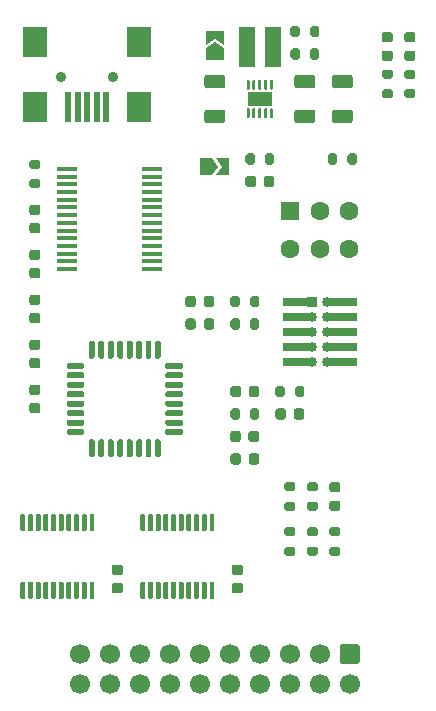
<source format=gbr>
%TF.GenerationSoftware,KiCad,Pcbnew,(5.1.9)-1*%
%TF.CreationDate,2021-03-30T23:32:36+02:00*%
%TF.ProjectId,Programmer,50726f67-7261-46d6-9d65-722e6b696361,v0.1*%
%TF.SameCoordinates,Original*%
%TF.FileFunction,Soldermask,Top*%
%TF.FilePolarity,Negative*%
%FSLAX46Y46*%
G04 Gerber Fmt 4.6, Leading zero omitted, Abs format (unit mm)*
G04 Created by KiCad (PCBNEW (5.1.9)-1) date 2021-03-30 23:32:36*
%MOMM*%
%LPD*%
G01*
G04 APERTURE LIST*
%ADD10C,0.850000*%
%ADD11R,0.850000X0.850000*%
%ADD12R,2.300000X0.740000*%
%ADD13R,2.000000X1.200000*%
%ADD14C,1.600000*%
%ADD15R,1.600000X1.600000*%
%ADD16R,1.350000X3.400000*%
%ADD17C,0.100000*%
%ADD18C,1.700000*%
%ADD19R,1.750000X0.450000*%
%ADD20R,2.000000X2.500000*%
%ADD21R,0.500000X2.500000*%
%ADD22C,0.900000*%
G04 APERTURE END LIST*
%TO.C,C18*%
G36*
G01*
X158765001Y-74030000D02*
X157464999Y-74030000D01*
G75*
G02*
X157215000Y-73780001I0J249999D01*
G01*
X157215000Y-73129999D01*
G75*
G02*
X157464999Y-72880000I249999J0D01*
G01*
X158765001Y-72880000D01*
G75*
G02*
X159015000Y-73129999I0J-249999D01*
G01*
X159015000Y-73780001D01*
G75*
G02*
X158765001Y-74030000I-249999J0D01*
G01*
G37*
G36*
G01*
X158765001Y-76980000D02*
X157464999Y-76980000D01*
G75*
G02*
X157215000Y-76730001I0J249999D01*
G01*
X157215000Y-76079999D01*
G75*
G02*
X157464999Y-75830000I249999J0D01*
G01*
X158765001Y-75830000D01*
G75*
G02*
X159015000Y-76079999I0J-249999D01*
G01*
X159015000Y-76730001D01*
G75*
G02*
X158765001Y-76980000I-249999J0D01*
G01*
G37*
%TD*%
%TO.C,C17*%
G36*
G01*
X155590001Y-74030000D02*
X154289999Y-74030000D01*
G75*
G02*
X154040000Y-73780001I0J249999D01*
G01*
X154040000Y-73129999D01*
G75*
G02*
X154289999Y-72880000I249999J0D01*
G01*
X155590001Y-72880000D01*
G75*
G02*
X155840000Y-73129999I0J-249999D01*
G01*
X155840000Y-73780001D01*
G75*
G02*
X155590001Y-74030000I-249999J0D01*
G01*
G37*
G36*
G01*
X155590001Y-76980000D02*
X154289999Y-76980000D01*
G75*
G02*
X154040000Y-76730001I0J249999D01*
G01*
X154040000Y-76079999D01*
G75*
G02*
X154289999Y-75830000I249999J0D01*
G01*
X155590001Y-75830000D01*
G75*
G02*
X155840000Y-76079999I0J-249999D01*
G01*
X155840000Y-76730001D01*
G75*
G02*
X155590001Y-76980000I-249999J0D01*
G01*
G37*
%TD*%
%TO.C,C15*%
G36*
G01*
X147970001Y-74030000D02*
X146669999Y-74030000D01*
G75*
G02*
X146420000Y-73780001I0J249999D01*
G01*
X146420000Y-73129999D01*
G75*
G02*
X146669999Y-72880000I249999J0D01*
G01*
X147970001Y-72880000D01*
G75*
G02*
X148220000Y-73129999I0J-249999D01*
G01*
X148220000Y-73780001D01*
G75*
G02*
X147970001Y-74030000I-249999J0D01*
G01*
G37*
G36*
G01*
X147970001Y-76980000D02*
X146669999Y-76980000D01*
G75*
G02*
X146420000Y-76730001I0J249999D01*
G01*
X146420000Y-76079999D01*
G75*
G02*
X146669999Y-75830000I249999J0D01*
G01*
X147970001Y-75830000D01*
G75*
G02*
X148220000Y-76079999I0J-249999D01*
G01*
X148220000Y-76730001D01*
G75*
G02*
X147970001Y-76980000I-249999J0D01*
G01*
G37*
%TD*%
%TO.C,R1*%
G36*
G01*
X153245000Y-99420000D02*
X153245000Y-99970000D01*
G75*
G02*
X153045000Y-100170000I-200000J0D01*
G01*
X152645000Y-100170000D01*
G75*
G02*
X152445000Y-99970000I0J200000D01*
G01*
X152445000Y-99420000D01*
G75*
G02*
X152645000Y-99220000I200000J0D01*
G01*
X153045000Y-99220000D01*
G75*
G02*
X153245000Y-99420000I0J-200000D01*
G01*
G37*
G36*
G01*
X154895000Y-99420000D02*
X154895000Y-99970000D01*
G75*
G02*
X154695000Y-100170000I-200000J0D01*
G01*
X154295000Y-100170000D01*
G75*
G02*
X154095000Y-99970000I0J200000D01*
G01*
X154095000Y-99420000D01*
G75*
G02*
X154295000Y-99220000I200000J0D01*
G01*
X154695000Y-99220000D01*
G75*
G02*
X154895000Y-99420000I0J-200000D01*
G01*
G37*
%TD*%
%TO.C,C10*%
G36*
G01*
X150185000Y-99945000D02*
X150185000Y-99445000D01*
G75*
G02*
X150410000Y-99220000I225000J0D01*
G01*
X150860000Y-99220000D01*
G75*
G02*
X151085000Y-99445000I0J-225000D01*
G01*
X151085000Y-99945000D01*
G75*
G02*
X150860000Y-100170000I-225000J0D01*
G01*
X150410000Y-100170000D01*
G75*
G02*
X150185000Y-99945000I0J225000D01*
G01*
G37*
G36*
G01*
X148635000Y-99945000D02*
X148635000Y-99445000D01*
G75*
G02*
X148860000Y-99220000I225000J0D01*
G01*
X149310000Y-99220000D01*
G75*
G02*
X149535000Y-99445000I0J-225000D01*
G01*
X149535000Y-99945000D01*
G75*
G02*
X149310000Y-100170000I-225000J0D01*
G01*
X148860000Y-100170000D01*
G75*
G02*
X148635000Y-99945000I0J225000D01*
G01*
G37*
%TD*%
%TO.C,U2*%
G36*
G01*
X142750000Y-103880000D02*
X142750000Y-105130000D01*
G75*
G02*
X142625000Y-105255000I-125000J0D01*
G01*
X142375000Y-105255000D01*
G75*
G02*
X142250000Y-105130000I0J125000D01*
G01*
X142250000Y-103880000D01*
G75*
G02*
X142375000Y-103755000I125000J0D01*
G01*
X142625000Y-103755000D01*
G75*
G02*
X142750000Y-103880000I0J-125000D01*
G01*
G37*
G36*
G01*
X141950000Y-103880000D02*
X141950000Y-105130000D01*
G75*
G02*
X141825000Y-105255000I-125000J0D01*
G01*
X141575000Y-105255000D01*
G75*
G02*
X141450000Y-105130000I0J125000D01*
G01*
X141450000Y-103880000D01*
G75*
G02*
X141575000Y-103755000I125000J0D01*
G01*
X141825000Y-103755000D01*
G75*
G02*
X141950000Y-103880000I0J-125000D01*
G01*
G37*
G36*
G01*
X141150000Y-103880000D02*
X141150000Y-105130000D01*
G75*
G02*
X141025000Y-105255000I-125000J0D01*
G01*
X140775000Y-105255000D01*
G75*
G02*
X140650000Y-105130000I0J125000D01*
G01*
X140650000Y-103880000D01*
G75*
G02*
X140775000Y-103755000I125000J0D01*
G01*
X141025000Y-103755000D01*
G75*
G02*
X141150000Y-103880000I0J-125000D01*
G01*
G37*
G36*
G01*
X140350000Y-103880000D02*
X140350000Y-105130000D01*
G75*
G02*
X140225000Y-105255000I-125000J0D01*
G01*
X139975000Y-105255000D01*
G75*
G02*
X139850000Y-105130000I0J125000D01*
G01*
X139850000Y-103880000D01*
G75*
G02*
X139975000Y-103755000I125000J0D01*
G01*
X140225000Y-103755000D01*
G75*
G02*
X140350000Y-103880000I0J-125000D01*
G01*
G37*
G36*
G01*
X139550000Y-103880000D02*
X139550000Y-105130000D01*
G75*
G02*
X139425000Y-105255000I-125000J0D01*
G01*
X139175000Y-105255000D01*
G75*
G02*
X139050000Y-105130000I0J125000D01*
G01*
X139050000Y-103880000D01*
G75*
G02*
X139175000Y-103755000I125000J0D01*
G01*
X139425000Y-103755000D01*
G75*
G02*
X139550000Y-103880000I0J-125000D01*
G01*
G37*
G36*
G01*
X138750000Y-103880000D02*
X138750000Y-105130000D01*
G75*
G02*
X138625000Y-105255000I-125000J0D01*
G01*
X138375000Y-105255000D01*
G75*
G02*
X138250000Y-105130000I0J125000D01*
G01*
X138250000Y-103880000D01*
G75*
G02*
X138375000Y-103755000I125000J0D01*
G01*
X138625000Y-103755000D01*
G75*
G02*
X138750000Y-103880000I0J-125000D01*
G01*
G37*
G36*
G01*
X137950000Y-103880000D02*
X137950000Y-105130000D01*
G75*
G02*
X137825000Y-105255000I-125000J0D01*
G01*
X137575000Y-105255000D01*
G75*
G02*
X137450000Y-105130000I0J125000D01*
G01*
X137450000Y-103880000D01*
G75*
G02*
X137575000Y-103755000I125000J0D01*
G01*
X137825000Y-103755000D01*
G75*
G02*
X137950000Y-103880000I0J-125000D01*
G01*
G37*
G36*
G01*
X137150000Y-103880000D02*
X137150000Y-105130000D01*
G75*
G02*
X137025000Y-105255000I-125000J0D01*
G01*
X136775000Y-105255000D01*
G75*
G02*
X136650000Y-105130000I0J125000D01*
G01*
X136650000Y-103880000D01*
G75*
G02*
X136775000Y-103755000I125000J0D01*
G01*
X137025000Y-103755000D01*
G75*
G02*
X137150000Y-103880000I0J-125000D01*
G01*
G37*
G36*
G01*
X136275000Y-103005000D02*
X136275000Y-103255000D01*
G75*
G02*
X136150000Y-103380000I-125000J0D01*
G01*
X134900000Y-103380000D01*
G75*
G02*
X134775000Y-103255000I0J125000D01*
G01*
X134775000Y-103005000D01*
G75*
G02*
X134900000Y-102880000I125000J0D01*
G01*
X136150000Y-102880000D01*
G75*
G02*
X136275000Y-103005000I0J-125000D01*
G01*
G37*
G36*
G01*
X136275000Y-102205000D02*
X136275000Y-102455000D01*
G75*
G02*
X136150000Y-102580000I-125000J0D01*
G01*
X134900000Y-102580000D01*
G75*
G02*
X134775000Y-102455000I0J125000D01*
G01*
X134775000Y-102205000D01*
G75*
G02*
X134900000Y-102080000I125000J0D01*
G01*
X136150000Y-102080000D01*
G75*
G02*
X136275000Y-102205000I0J-125000D01*
G01*
G37*
G36*
G01*
X136275000Y-101405000D02*
X136275000Y-101655000D01*
G75*
G02*
X136150000Y-101780000I-125000J0D01*
G01*
X134900000Y-101780000D01*
G75*
G02*
X134775000Y-101655000I0J125000D01*
G01*
X134775000Y-101405000D01*
G75*
G02*
X134900000Y-101280000I125000J0D01*
G01*
X136150000Y-101280000D01*
G75*
G02*
X136275000Y-101405000I0J-125000D01*
G01*
G37*
G36*
G01*
X136275000Y-100605000D02*
X136275000Y-100855000D01*
G75*
G02*
X136150000Y-100980000I-125000J0D01*
G01*
X134900000Y-100980000D01*
G75*
G02*
X134775000Y-100855000I0J125000D01*
G01*
X134775000Y-100605000D01*
G75*
G02*
X134900000Y-100480000I125000J0D01*
G01*
X136150000Y-100480000D01*
G75*
G02*
X136275000Y-100605000I0J-125000D01*
G01*
G37*
G36*
G01*
X136275000Y-99805000D02*
X136275000Y-100055000D01*
G75*
G02*
X136150000Y-100180000I-125000J0D01*
G01*
X134900000Y-100180000D01*
G75*
G02*
X134775000Y-100055000I0J125000D01*
G01*
X134775000Y-99805000D01*
G75*
G02*
X134900000Y-99680000I125000J0D01*
G01*
X136150000Y-99680000D01*
G75*
G02*
X136275000Y-99805000I0J-125000D01*
G01*
G37*
G36*
G01*
X136275000Y-99005000D02*
X136275000Y-99255000D01*
G75*
G02*
X136150000Y-99380000I-125000J0D01*
G01*
X134900000Y-99380000D01*
G75*
G02*
X134775000Y-99255000I0J125000D01*
G01*
X134775000Y-99005000D01*
G75*
G02*
X134900000Y-98880000I125000J0D01*
G01*
X136150000Y-98880000D01*
G75*
G02*
X136275000Y-99005000I0J-125000D01*
G01*
G37*
G36*
G01*
X136275000Y-98205000D02*
X136275000Y-98455000D01*
G75*
G02*
X136150000Y-98580000I-125000J0D01*
G01*
X134900000Y-98580000D01*
G75*
G02*
X134775000Y-98455000I0J125000D01*
G01*
X134775000Y-98205000D01*
G75*
G02*
X134900000Y-98080000I125000J0D01*
G01*
X136150000Y-98080000D01*
G75*
G02*
X136275000Y-98205000I0J-125000D01*
G01*
G37*
G36*
G01*
X136275000Y-97405000D02*
X136275000Y-97655000D01*
G75*
G02*
X136150000Y-97780000I-125000J0D01*
G01*
X134900000Y-97780000D01*
G75*
G02*
X134775000Y-97655000I0J125000D01*
G01*
X134775000Y-97405000D01*
G75*
G02*
X134900000Y-97280000I125000J0D01*
G01*
X136150000Y-97280000D01*
G75*
G02*
X136275000Y-97405000I0J-125000D01*
G01*
G37*
G36*
G01*
X137150000Y-95530000D02*
X137150000Y-96780000D01*
G75*
G02*
X137025000Y-96905000I-125000J0D01*
G01*
X136775000Y-96905000D01*
G75*
G02*
X136650000Y-96780000I0J125000D01*
G01*
X136650000Y-95530000D01*
G75*
G02*
X136775000Y-95405000I125000J0D01*
G01*
X137025000Y-95405000D01*
G75*
G02*
X137150000Y-95530000I0J-125000D01*
G01*
G37*
G36*
G01*
X137950000Y-95530000D02*
X137950000Y-96780000D01*
G75*
G02*
X137825000Y-96905000I-125000J0D01*
G01*
X137575000Y-96905000D01*
G75*
G02*
X137450000Y-96780000I0J125000D01*
G01*
X137450000Y-95530000D01*
G75*
G02*
X137575000Y-95405000I125000J0D01*
G01*
X137825000Y-95405000D01*
G75*
G02*
X137950000Y-95530000I0J-125000D01*
G01*
G37*
G36*
G01*
X138750000Y-95530000D02*
X138750000Y-96780000D01*
G75*
G02*
X138625000Y-96905000I-125000J0D01*
G01*
X138375000Y-96905000D01*
G75*
G02*
X138250000Y-96780000I0J125000D01*
G01*
X138250000Y-95530000D01*
G75*
G02*
X138375000Y-95405000I125000J0D01*
G01*
X138625000Y-95405000D01*
G75*
G02*
X138750000Y-95530000I0J-125000D01*
G01*
G37*
G36*
G01*
X139550000Y-95530000D02*
X139550000Y-96780000D01*
G75*
G02*
X139425000Y-96905000I-125000J0D01*
G01*
X139175000Y-96905000D01*
G75*
G02*
X139050000Y-96780000I0J125000D01*
G01*
X139050000Y-95530000D01*
G75*
G02*
X139175000Y-95405000I125000J0D01*
G01*
X139425000Y-95405000D01*
G75*
G02*
X139550000Y-95530000I0J-125000D01*
G01*
G37*
G36*
G01*
X140350000Y-95530000D02*
X140350000Y-96780000D01*
G75*
G02*
X140225000Y-96905000I-125000J0D01*
G01*
X139975000Y-96905000D01*
G75*
G02*
X139850000Y-96780000I0J125000D01*
G01*
X139850000Y-95530000D01*
G75*
G02*
X139975000Y-95405000I125000J0D01*
G01*
X140225000Y-95405000D01*
G75*
G02*
X140350000Y-95530000I0J-125000D01*
G01*
G37*
G36*
G01*
X141150000Y-95530000D02*
X141150000Y-96780000D01*
G75*
G02*
X141025000Y-96905000I-125000J0D01*
G01*
X140775000Y-96905000D01*
G75*
G02*
X140650000Y-96780000I0J125000D01*
G01*
X140650000Y-95530000D01*
G75*
G02*
X140775000Y-95405000I125000J0D01*
G01*
X141025000Y-95405000D01*
G75*
G02*
X141150000Y-95530000I0J-125000D01*
G01*
G37*
G36*
G01*
X141950000Y-95530000D02*
X141950000Y-96780000D01*
G75*
G02*
X141825000Y-96905000I-125000J0D01*
G01*
X141575000Y-96905000D01*
G75*
G02*
X141450000Y-96780000I0J125000D01*
G01*
X141450000Y-95530000D01*
G75*
G02*
X141575000Y-95405000I125000J0D01*
G01*
X141825000Y-95405000D01*
G75*
G02*
X141950000Y-95530000I0J-125000D01*
G01*
G37*
G36*
G01*
X142750000Y-95530000D02*
X142750000Y-96780000D01*
G75*
G02*
X142625000Y-96905000I-125000J0D01*
G01*
X142375000Y-96905000D01*
G75*
G02*
X142250000Y-96780000I0J125000D01*
G01*
X142250000Y-95530000D01*
G75*
G02*
X142375000Y-95405000I125000J0D01*
G01*
X142625000Y-95405000D01*
G75*
G02*
X142750000Y-95530000I0J-125000D01*
G01*
G37*
G36*
G01*
X144625000Y-97405000D02*
X144625000Y-97655000D01*
G75*
G02*
X144500000Y-97780000I-125000J0D01*
G01*
X143250000Y-97780000D01*
G75*
G02*
X143125000Y-97655000I0J125000D01*
G01*
X143125000Y-97405000D01*
G75*
G02*
X143250000Y-97280000I125000J0D01*
G01*
X144500000Y-97280000D01*
G75*
G02*
X144625000Y-97405000I0J-125000D01*
G01*
G37*
G36*
G01*
X144625000Y-98205000D02*
X144625000Y-98455000D01*
G75*
G02*
X144500000Y-98580000I-125000J0D01*
G01*
X143250000Y-98580000D01*
G75*
G02*
X143125000Y-98455000I0J125000D01*
G01*
X143125000Y-98205000D01*
G75*
G02*
X143250000Y-98080000I125000J0D01*
G01*
X144500000Y-98080000D01*
G75*
G02*
X144625000Y-98205000I0J-125000D01*
G01*
G37*
G36*
G01*
X144625000Y-99005000D02*
X144625000Y-99255000D01*
G75*
G02*
X144500000Y-99380000I-125000J0D01*
G01*
X143250000Y-99380000D01*
G75*
G02*
X143125000Y-99255000I0J125000D01*
G01*
X143125000Y-99005000D01*
G75*
G02*
X143250000Y-98880000I125000J0D01*
G01*
X144500000Y-98880000D01*
G75*
G02*
X144625000Y-99005000I0J-125000D01*
G01*
G37*
G36*
G01*
X144625000Y-99805000D02*
X144625000Y-100055000D01*
G75*
G02*
X144500000Y-100180000I-125000J0D01*
G01*
X143250000Y-100180000D01*
G75*
G02*
X143125000Y-100055000I0J125000D01*
G01*
X143125000Y-99805000D01*
G75*
G02*
X143250000Y-99680000I125000J0D01*
G01*
X144500000Y-99680000D01*
G75*
G02*
X144625000Y-99805000I0J-125000D01*
G01*
G37*
G36*
G01*
X144625000Y-100605000D02*
X144625000Y-100855000D01*
G75*
G02*
X144500000Y-100980000I-125000J0D01*
G01*
X143250000Y-100980000D01*
G75*
G02*
X143125000Y-100855000I0J125000D01*
G01*
X143125000Y-100605000D01*
G75*
G02*
X143250000Y-100480000I125000J0D01*
G01*
X144500000Y-100480000D01*
G75*
G02*
X144625000Y-100605000I0J-125000D01*
G01*
G37*
G36*
G01*
X144625000Y-101405000D02*
X144625000Y-101655000D01*
G75*
G02*
X144500000Y-101780000I-125000J0D01*
G01*
X143250000Y-101780000D01*
G75*
G02*
X143125000Y-101655000I0J125000D01*
G01*
X143125000Y-101405000D01*
G75*
G02*
X143250000Y-101280000I125000J0D01*
G01*
X144500000Y-101280000D01*
G75*
G02*
X144625000Y-101405000I0J-125000D01*
G01*
G37*
G36*
G01*
X144625000Y-102205000D02*
X144625000Y-102455000D01*
G75*
G02*
X144500000Y-102580000I-125000J0D01*
G01*
X143250000Y-102580000D01*
G75*
G02*
X143125000Y-102455000I0J125000D01*
G01*
X143125000Y-102205000D01*
G75*
G02*
X143250000Y-102080000I125000J0D01*
G01*
X144500000Y-102080000D01*
G75*
G02*
X144625000Y-102205000I0J-125000D01*
G01*
G37*
G36*
G01*
X144625000Y-103005000D02*
X144625000Y-103255000D01*
G75*
G02*
X144500000Y-103380000I-125000J0D01*
G01*
X143250000Y-103380000D01*
G75*
G02*
X143125000Y-103255000I0J125000D01*
G01*
X143125000Y-103005000D01*
G75*
G02*
X143250000Y-102880000I125000J0D01*
G01*
X144500000Y-102880000D01*
G75*
G02*
X144625000Y-103005000I0J-125000D01*
G01*
G37*
%TD*%
D10*
%TO.C,J2*%
X156845000Y-97155000D03*
X155575000Y-97155000D03*
X156845000Y-95885000D03*
X155575000Y-95885000D03*
X156845000Y-94615000D03*
X155575000Y-94615000D03*
X156845000Y-93345000D03*
X155575000Y-93345000D03*
X156845000Y-92075000D03*
D11*
X155575000Y-92075000D03*
D12*
X154160000Y-92075000D03*
X158260000Y-92075000D03*
X154160000Y-93345000D03*
X158260000Y-93345000D03*
X154160000Y-94615000D03*
X158260000Y-94615000D03*
X154160000Y-95885000D03*
X158260000Y-95885000D03*
X154160000Y-97155000D03*
X158260000Y-97155000D03*
%TD*%
%TO.C,C6*%
G36*
G01*
X153345000Y-101350000D02*
X153345000Y-101850000D01*
G75*
G02*
X153120000Y-102075000I-225000J0D01*
G01*
X152670000Y-102075000D01*
G75*
G02*
X152445000Y-101850000I0J225000D01*
G01*
X152445000Y-101350000D01*
G75*
G02*
X152670000Y-101125000I225000J0D01*
G01*
X153120000Y-101125000D01*
G75*
G02*
X153345000Y-101350000I0J-225000D01*
G01*
G37*
G36*
G01*
X154895000Y-101350000D02*
X154895000Y-101850000D01*
G75*
G02*
X154670000Y-102075000I-225000J0D01*
G01*
X154220000Y-102075000D01*
G75*
G02*
X153995000Y-101850000I0J225000D01*
G01*
X153995000Y-101350000D01*
G75*
G02*
X154220000Y-101125000I225000J0D01*
G01*
X154670000Y-101125000D01*
G75*
G02*
X154895000Y-101350000I0J-225000D01*
G01*
G37*
%TD*%
%TO.C,C4*%
G36*
G01*
X150185000Y-105660000D02*
X150185000Y-105160000D01*
G75*
G02*
X150410000Y-104935000I225000J0D01*
G01*
X150860000Y-104935000D01*
G75*
G02*
X151085000Y-105160000I0J-225000D01*
G01*
X151085000Y-105660000D01*
G75*
G02*
X150860000Y-105885000I-225000J0D01*
G01*
X150410000Y-105885000D01*
G75*
G02*
X150185000Y-105660000I0J225000D01*
G01*
G37*
G36*
G01*
X148635000Y-105660000D02*
X148635000Y-105160000D01*
G75*
G02*
X148860000Y-104935000I225000J0D01*
G01*
X149310000Y-104935000D01*
G75*
G02*
X149535000Y-105160000I0J-225000D01*
G01*
X149535000Y-105660000D01*
G75*
G02*
X149310000Y-105885000I-225000J0D01*
G01*
X148860000Y-105885000D01*
G75*
G02*
X148635000Y-105660000I0J225000D01*
G01*
G37*
%TD*%
%TO.C,C3*%
G36*
G01*
X131830000Y-100655000D02*
X132330000Y-100655000D01*
G75*
G02*
X132555000Y-100880000I0J-225000D01*
G01*
X132555000Y-101330000D01*
G75*
G02*
X132330000Y-101555000I-225000J0D01*
G01*
X131830000Y-101555000D01*
G75*
G02*
X131605000Y-101330000I0J225000D01*
G01*
X131605000Y-100880000D01*
G75*
G02*
X131830000Y-100655000I225000J0D01*
G01*
G37*
G36*
G01*
X131830000Y-99105000D02*
X132330000Y-99105000D01*
G75*
G02*
X132555000Y-99330000I0J-225000D01*
G01*
X132555000Y-99780000D01*
G75*
G02*
X132330000Y-100005000I-225000J0D01*
G01*
X131830000Y-100005000D01*
G75*
G02*
X131605000Y-99780000I0J225000D01*
G01*
X131605000Y-99330000D01*
G75*
G02*
X131830000Y-99105000I225000J0D01*
G01*
G37*
%TD*%
%TO.C,C2*%
G36*
G01*
X150165000Y-103755000D02*
X150165000Y-103255000D01*
G75*
G02*
X150390000Y-103030000I225000J0D01*
G01*
X150840000Y-103030000D01*
G75*
G02*
X151065000Y-103255000I0J-225000D01*
G01*
X151065000Y-103755000D01*
G75*
G02*
X150840000Y-103980000I-225000J0D01*
G01*
X150390000Y-103980000D01*
G75*
G02*
X150165000Y-103755000I0J225000D01*
G01*
G37*
G36*
G01*
X148615000Y-103755000D02*
X148615000Y-103255000D01*
G75*
G02*
X148840000Y-103030000I225000J0D01*
G01*
X149290000Y-103030000D01*
G75*
G02*
X149515000Y-103255000I0J-225000D01*
G01*
X149515000Y-103755000D01*
G75*
G02*
X149290000Y-103980000I-225000J0D01*
G01*
X148840000Y-103980000D01*
G75*
G02*
X148615000Y-103755000I0J225000D01*
G01*
G37*
%TD*%
%TO.C,C1*%
G36*
G01*
X132330000Y-96195000D02*
X131830000Y-96195000D01*
G75*
G02*
X131605000Y-95970000I0J225000D01*
G01*
X131605000Y-95520000D01*
G75*
G02*
X131830000Y-95295000I225000J0D01*
G01*
X132330000Y-95295000D01*
G75*
G02*
X132555000Y-95520000I0J-225000D01*
G01*
X132555000Y-95970000D01*
G75*
G02*
X132330000Y-96195000I-225000J0D01*
G01*
G37*
G36*
G01*
X132330000Y-97745000D02*
X131830000Y-97745000D01*
G75*
G02*
X131605000Y-97520000I0J225000D01*
G01*
X131605000Y-97070000D01*
G75*
G02*
X131830000Y-96845000I225000J0D01*
G01*
X132330000Y-96845000D01*
G75*
G02*
X132555000Y-97070000I0J-225000D01*
G01*
X132555000Y-97520000D01*
G75*
G02*
X132330000Y-97745000I-225000J0D01*
G01*
G37*
%TD*%
D13*
%TO.C,U5*%
X151130000Y-74930000D03*
G36*
G01*
X152067500Y-75730000D02*
X152192500Y-75730000D01*
G75*
G02*
X152255000Y-75792500I0J-62500D01*
G01*
X152255000Y-76492500D01*
G75*
G02*
X152192500Y-76555000I-62500J0D01*
G01*
X152067500Y-76555000D01*
G75*
G02*
X152005000Y-76492500I0J62500D01*
G01*
X152005000Y-75792500D01*
G75*
G02*
X152067500Y-75730000I62500J0D01*
G01*
G37*
G36*
G01*
X151567500Y-75730000D02*
X151692500Y-75730000D01*
G75*
G02*
X151755000Y-75792500I0J-62500D01*
G01*
X151755000Y-76492500D01*
G75*
G02*
X151692500Y-76555000I-62500J0D01*
G01*
X151567500Y-76555000D01*
G75*
G02*
X151505000Y-76492500I0J62500D01*
G01*
X151505000Y-75792500D01*
G75*
G02*
X151567500Y-75730000I62500J0D01*
G01*
G37*
G36*
G01*
X151067500Y-75730000D02*
X151192500Y-75730000D01*
G75*
G02*
X151255000Y-75792500I0J-62500D01*
G01*
X151255000Y-76492500D01*
G75*
G02*
X151192500Y-76555000I-62500J0D01*
G01*
X151067500Y-76555000D01*
G75*
G02*
X151005000Y-76492500I0J62500D01*
G01*
X151005000Y-75792500D01*
G75*
G02*
X151067500Y-75730000I62500J0D01*
G01*
G37*
G36*
G01*
X150567500Y-75730000D02*
X150692500Y-75730000D01*
G75*
G02*
X150755000Y-75792500I0J-62500D01*
G01*
X150755000Y-76492500D01*
G75*
G02*
X150692500Y-76555000I-62500J0D01*
G01*
X150567500Y-76555000D01*
G75*
G02*
X150505000Y-76492500I0J62500D01*
G01*
X150505000Y-75792500D01*
G75*
G02*
X150567500Y-75730000I62500J0D01*
G01*
G37*
G36*
G01*
X150067500Y-75730000D02*
X150192500Y-75730000D01*
G75*
G02*
X150255000Y-75792500I0J-62500D01*
G01*
X150255000Y-76492500D01*
G75*
G02*
X150192500Y-76555000I-62500J0D01*
G01*
X150067500Y-76555000D01*
G75*
G02*
X150005000Y-76492500I0J62500D01*
G01*
X150005000Y-75792500D01*
G75*
G02*
X150067500Y-75730000I62500J0D01*
G01*
G37*
G36*
G01*
X150067500Y-73305000D02*
X150192500Y-73305000D01*
G75*
G02*
X150255000Y-73367500I0J-62500D01*
G01*
X150255000Y-74067500D01*
G75*
G02*
X150192500Y-74130000I-62500J0D01*
G01*
X150067500Y-74130000D01*
G75*
G02*
X150005000Y-74067500I0J62500D01*
G01*
X150005000Y-73367500D01*
G75*
G02*
X150067500Y-73305000I62500J0D01*
G01*
G37*
G36*
G01*
X150567500Y-73305000D02*
X150692500Y-73305000D01*
G75*
G02*
X150755000Y-73367500I0J-62500D01*
G01*
X150755000Y-74067500D01*
G75*
G02*
X150692500Y-74130000I-62500J0D01*
G01*
X150567500Y-74130000D01*
G75*
G02*
X150505000Y-74067500I0J62500D01*
G01*
X150505000Y-73367500D01*
G75*
G02*
X150567500Y-73305000I62500J0D01*
G01*
G37*
G36*
G01*
X151067500Y-73305000D02*
X151192500Y-73305000D01*
G75*
G02*
X151255000Y-73367500I0J-62500D01*
G01*
X151255000Y-74067500D01*
G75*
G02*
X151192500Y-74130000I-62500J0D01*
G01*
X151067500Y-74130000D01*
G75*
G02*
X151005000Y-74067500I0J62500D01*
G01*
X151005000Y-73367500D01*
G75*
G02*
X151067500Y-73305000I62500J0D01*
G01*
G37*
G36*
G01*
X151567500Y-73305000D02*
X151692500Y-73305000D01*
G75*
G02*
X151755000Y-73367500I0J-62500D01*
G01*
X151755000Y-74067500D01*
G75*
G02*
X151692500Y-74130000I-62500J0D01*
G01*
X151567500Y-74130000D01*
G75*
G02*
X151505000Y-74067500I0J62500D01*
G01*
X151505000Y-73367500D01*
G75*
G02*
X151567500Y-73305000I62500J0D01*
G01*
G37*
G36*
G01*
X152067500Y-73305000D02*
X152192500Y-73305000D01*
G75*
G02*
X152255000Y-73367500I0J-62500D01*
G01*
X152255000Y-74067500D01*
G75*
G02*
X152192500Y-74130000I-62500J0D01*
G01*
X152067500Y-74130000D01*
G75*
G02*
X152005000Y-74067500I0J62500D01*
G01*
X152005000Y-73367500D01*
G75*
G02*
X152067500Y-73305000I62500J0D01*
G01*
G37*
%TD*%
D14*
%TO.C,SW1*%
X158710000Y-87630000D03*
X156210000Y-87630000D03*
X153710000Y-87630000D03*
X158710000Y-84430000D03*
X156210000Y-84430000D03*
D15*
X153710000Y-84430000D03*
%TD*%
%TO.C,R16*%
G36*
G01*
X132355000Y-80855000D02*
X131805000Y-80855000D01*
G75*
G02*
X131605000Y-80655000I0J200000D01*
G01*
X131605000Y-80255000D01*
G75*
G02*
X131805000Y-80055000I200000J0D01*
G01*
X132355000Y-80055000D01*
G75*
G02*
X132555000Y-80255000I0J-200000D01*
G01*
X132555000Y-80655000D01*
G75*
G02*
X132355000Y-80855000I-200000J0D01*
G01*
G37*
G36*
G01*
X132355000Y-82505000D02*
X131805000Y-82505000D01*
G75*
G02*
X131605000Y-82305000I0J200000D01*
G01*
X131605000Y-81905000D01*
G75*
G02*
X131805000Y-81705000I200000J0D01*
G01*
X132355000Y-81705000D01*
G75*
G02*
X132555000Y-81905000I0J-200000D01*
G01*
X132555000Y-82305000D01*
G75*
G02*
X132355000Y-82505000I-200000J0D01*
G01*
G37*
%TD*%
%TO.C,R15*%
G36*
G01*
X158540000Y-80285000D02*
X158540000Y-79735000D01*
G75*
G02*
X158740000Y-79535000I200000J0D01*
G01*
X159140000Y-79535000D01*
G75*
G02*
X159340000Y-79735000I0J-200000D01*
G01*
X159340000Y-80285000D01*
G75*
G02*
X159140000Y-80485000I-200000J0D01*
G01*
X158740000Y-80485000D01*
G75*
G02*
X158540000Y-80285000I0J200000D01*
G01*
G37*
G36*
G01*
X156890000Y-80285000D02*
X156890000Y-79735000D01*
G75*
G02*
X157090000Y-79535000I200000J0D01*
G01*
X157490000Y-79535000D01*
G75*
G02*
X157690000Y-79735000I0J-200000D01*
G01*
X157690000Y-80285000D01*
G75*
G02*
X157490000Y-80485000I-200000J0D01*
G01*
X157090000Y-80485000D01*
G75*
G02*
X156890000Y-80285000I0J200000D01*
G01*
G37*
%TD*%
%TO.C,R14*%
G36*
G01*
X155365000Y-69490000D02*
X155365000Y-68940000D01*
G75*
G02*
X155565000Y-68740000I200000J0D01*
G01*
X155965000Y-68740000D01*
G75*
G02*
X156165000Y-68940000I0J-200000D01*
G01*
X156165000Y-69490000D01*
G75*
G02*
X155965000Y-69690000I-200000J0D01*
G01*
X155565000Y-69690000D01*
G75*
G02*
X155365000Y-69490000I0J200000D01*
G01*
G37*
G36*
G01*
X153715000Y-69490000D02*
X153715000Y-68940000D01*
G75*
G02*
X153915000Y-68740000I200000J0D01*
G01*
X154315000Y-68740000D01*
G75*
G02*
X154515000Y-68940000I0J-200000D01*
G01*
X154515000Y-69490000D01*
G75*
G02*
X154315000Y-69690000I-200000J0D01*
G01*
X153915000Y-69690000D01*
G75*
G02*
X153715000Y-69490000I0J200000D01*
G01*
G37*
%TD*%
%TO.C,R13*%
G36*
G01*
X155365000Y-71395000D02*
X155365000Y-70845000D01*
G75*
G02*
X155565000Y-70645000I200000J0D01*
G01*
X155965000Y-70645000D01*
G75*
G02*
X156165000Y-70845000I0J-200000D01*
G01*
X156165000Y-71395000D01*
G75*
G02*
X155965000Y-71595000I-200000J0D01*
G01*
X155565000Y-71595000D01*
G75*
G02*
X155365000Y-71395000I0J200000D01*
G01*
G37*
G36*
G01*
X153715000Y-71395000D02*
X153715000Y-70845000D01*
G75*
G02*
X153915000Y-70645000I200000J0D01*
G01*
X154315000Y-70645000D01*
G75*
G02*
X154515000Y-70845000I0J-200000D01*
G01*
X154515000Y-71395000D01*
G75*
G02*
X154315000Y-71595000I-200000J0D01*
G01*
X153915000Y-71595000D01*
G75*
G02*
X153715000Y-71395000I0J200000D01*
G01*
G37*
%TD*%
%TO.C,R7*%
G36*
G01*
X150705000Y-79735000D02*
X150705000Y-80285000D01*
G75*
G02*
X150505000Y-80485000I-200000J0D01*
G01*
X150105000Y-80485000D01*
G75*
G02*
X149905000Y-80285000I0J200000D01*
G01*
X149905000Y-79735000D01*
G75*
G02*
X150105000Y-79535000I200000J0D01*
G01*
X150505000Y-79535000D01*
G75*
G02*
X150705000Y-79735000I0J-200000D01*
G01*
G37*
G36*
G01*
X152355000Y-79735000D02*
X152355000Y-80285000D01*
G75*
G02*
X152155000Y-80485000I-200000J0D01*
G01*
X151755000Y-80485000D01*
G75*
G02*
X151555000Y-80285000I0J200000D01*
G01*
X151555000Y-79735000D01*
G75*
G02*
X151755000Y-79535000I200000J0D01*
G01*
X152155000Y-79535000D01*
G75*
G02*
X152355000Y-79735000I0J-200000D01*
G01*
G37*
%TD*%
D16*
%TO.C,L1*%
X152205000Y-70485000D03*
X150055000Y-70485000D03*
%TD*%
D17*
%TO.C,JP2*%
G36*
X147320000Y-70120000D02*
G01*
X148070000Y-70620000D01*
X148070000Y-71620000D01*
X146570000Y-71620000D01*
X146570000Y-70620000D01*
X147320000Y-70120000D01*
G37*
G36*
X148070000Y-69170000D02*
G01*
X148070000Y-70320000D01*
X147320000Y-69820000D01*
X146570000Y-70320000D01*
X146570000Y-69170000D01*
X148070000Y-69170000D01*
G37*
%TD*%
%TO.C,JP1*%
G36*
X147595000Y-80645000D02*
G01*
X147095000Y-81395000D01*
X146095000Y-81395000D01*
X146095000Y-79895000D01*
X147095000Y-79895000D01*
X147595000Y-80645000D01*
G37*
G36*
X148545000Y-81395000D02*
G01*
X147395000Y-81395000D01*
X147895000Y-80645000D01*
X147395000Y-79895000D01*
X148545000Y-79895000D01*
X148545000Y-81395000D01*
G37*
%TD*%
%TO.C,C16*%
G36*
G01*
X151455000Y-82165000D02*
X151455000Y-81665000D01*
G75*
G02*
X151680000Y-81440000I225000J0D01*
G01*
X152130000Y-81440000D01*
G75*
G02*
X152355000Y-81665000I0J-225000D01*
G01*
X152355000Y-82165000D01*
G75*
G02*
X152130000Y-82390000I-225000J0D01*
G01*
X151680000Y-82390000D01*
G75*
G02*
X151455000Y-82165000I0J225000D01*
G01*
G37*
G36*
G01*
X149905000Y-82165000D02*
X149905000Y-81665000D01*
G75*
G02*
X150130000Y-81440000I225000J0D01*
G01*
X150580000Y-81440000D01*
G75*
G02*
X150805000Y-81665000I0J-225000D01*
G01*
X150805000Y-82165000D01*
G75*
G02*
X150580000Y-82390000I-225000J0D01*
G01*
X150130000Y-82390000D01*
G75*
G02*
X149905000Y-82165000I0J225000D01*
G01*
G37*
%TD*%
D18*
%TO.C,J3*%
X135890000Y-124460000D03*
X138430000Y-124460000D03*
X140970000Y-124460000D03*
X143510000Y-124460000D03*
X146050000Y-124460000D03*
X148590000Y-124460000D03*
X151130000Y-124460000D03*
X153670000Y-124460000D03*
X156210000Y-124460000D03*
X158750000Y-124460000D03*
X135890000Y-121920000D03*
X138430000Y-121920000D03*
X140970000Y-121920000D03*
X143510000Y-121920000D03*
X146050000Y-121920000D03*
X148590000Y-121920000D03*
X151130000Y-121920000D03*
X153670000Y-121920000D03*
X156210000Y-121920000D03*
G36*
G01*
X158150000Y-121070000D02*
X159350000Y-121070000D01*
G75*
G02*
X159600000Y-121320000I0J-250000D01*
G01*
X159600000Y-122520000D01*
G75*
G02*
X159350000Y-122770000I-250000J0D01*
G01*
X158150000Y-122770000D01*
G75*
G02*
X157900000Y-122520000I0J250000D01*
G01*
X157900000Y-121320000D01*
G75*
G02*
X158150000Y-121070000I250000J0D01*
G01*
G37*
%TD*%
%TO.C,C14*%
G36*
G01*
X131830000Y-93035000D02*
X132330000Y-93035000D01*
G75*
G02*
X132555000Y-93260000I0J-225000D01*
G01*
X132555000Y-93710000D01*
G75*
G02*
X132330000Y-93935000I-225000J0D01*
G01*
X131830000Y-93935000D01*
G75*
G02*
X131605000Y-93710000I0J225000D01*
G01*
X131605000Y-93260000D01*
G75*
G02*
X131830000Y-93035000I225000J0D01*
G01*
G37*
G36*
G01*
X131830000Y-91485000D02*
X132330000Y-91485000D01*
G75*
G02*
X132555000Y-91710000I0J-225000D01*
G01*
X132555000Y-92160000D01*
G75*
G02*
X132330000Y-92385000I-225000J0D01*
G01*
X131830000Y-92385000D01*
G75*
G02*
X131605000Y-92160000I0J225000D01*
G01*
X131605000Y-91710000D01*
G75*
G02*
X131830000Y-91485000I225000J0D01*
G01*
G37*
%TD*%
%TO.C,C13*%
G36*
G01*
X132330000Y-88575000D02*
X131830000Y-88575000D01*
G75*
G02*
X131605000Y-88350000I0J225000D01*
G01*
X131605000Y-87900000D01*
G75*
G02*
X131830000Y-87675000I225000J0D01*
G01*
X132330000Y-87675000D01*
G75*
G02*
X132555000Y-87900000I0J-225000D01*
G01*
X132555000Y-88350000D01*
G75*
G02*
X132330000Y-88575000I-225000J0D01*
G01*
G37*
G36*
G01*
X132330000Y-90125000D02*
X131830000Y-90125000D01*
G75*
G02*
X131605000Y-89900000I0J225000D01*
G01*
X131605000Y-89450000D01*
G75*
G02*
X131830000Y-89225000I225000J0D01*
G01*
X132330000Y-89225000D01*
G75*
G02*
X132555000Y-89450000I0J-225000D01*
G01*
X132555000Y-89900000D01*
G75*
G02*
X132330000Y-90125000I-225000J0D01*
G01*
G37*
%TD*%
%TO.C,U4*%
G36*
G01*
X136810000Y-110065000D02*
X137010000Y-110065000D01*
G75*
G02*
X137110000Y-110165000I0J-100000D01*
G01*
X137110000Y-111440000D01*
G75*
G02*
X137010000Y-111540000I-100000J0D01*
G01*
X136810000Y-111540000D01*
G75*
G02*
X136710000Y-111440000I0J100000D01*
G01*
X136710000Y-110165000D01*
G75*
G02*
X136810000Y-110065000I100000J0D01*
G01*
G37*
G36*
G01*
X136160000Y-110065000D02*
X136360000Y-110065000D01*
G75*
G02*
X136460000Y-110165000I0J-100000D01*
G01*
X136460000Y-111440000D01*
G75*
G02*
X136360000Y-111540000I-100000J0D01*
G01*
X136160000Y-111540000D01*
G75*
G02*
X136060000Y-111440000I0J100000D01*
G01*
X136060000Y-110165000D01*
G75*
G02*
X136160000Y-110065000I100000J0D01*
G01*
G37*
G36*
G01*
X135510000Y-110065000D02*
X135710000Y-110065000D01*
G75*
G02*
X135810000Y-110165000I0J-100000D01*
G01*
X135810000Y-111440000D01*
G75*
G02*
X135710000Y-111540000I-100000J0D01*
G01*
X135510000Y-111540000D01*
G75*
G02*
X135410000Y-111440000I0J100000D01*
G01*
X135410000Y-110165000D01*
G75*
G02*
X135510000Y-110065000I100000J0D01*
G01*
G37*
G36*
G01*
X134860000Y-110065000D02*
X135060000Y-110065000D01*
G75*
G02*
X135160000Y-110165000I0J-100000D01*
G01*
X135160000Y-111440000D01*
G75*
G02*
X135060000Y-111540000I-100000J0D01*
G01*
X134860000Y-111540000D01*
G75*
G02*
X134760000Y-111440000I0J100000D01*
G01*
X134760000Y-110165000D01*
G75*
G02*
X134860000Y-110065000I100000J0D01*
G01*
G37*
G36*
G01*
X134210000Y-110065000D02*
X134410000Y-110065000D01*
G75*
G02*
X134510000Y-110165000I0J-100000D01*
G01*
X134510000Y-111440000D01*
G75*
G02*
X134410000Y-111540000I-100000J0D01*
G01*
X134210000Y-111540000D01*
G75*
G02*
X134110000Y-111440000I0J100000D01*
G01*
X134110000Y-110165000D01*
G75*
G02*
X134210000Y-110065000I100000J0D01*
G01*
G37*
G36*
G01*
X133560000Y-110065000D02*
X133760000Y-110065000D01*
G75*
G02*
X133860000Y-110165000I0J-100000D01*
G01*
X133860000Y-111440000D01*
G75*
G02*
X133760000Y-111540000I-100000J0D01*
G01*
X133560000Y-111540000D01*
G75*
G02*
X133460000Y-111440000I0J100000D01*
G01*
X133460000Y-110165000D01*
G75*
G02*
X133560000Y-110065000I100000J0D01*
G01*
G37*
G36*
G01*
X132910000Y-110065000D02*
X133110000Y-110065000D01*
G75*
G02*
X133210000Y-110165000I0J-100000D01*
G01*
X133210000Y-111440000D01*
G75*
G02*
X133110000Y-111540000I-100000J0D01*
G01*
X132910000Y-111540000D01*
G75*
G02*
X132810000Y-111440000I0J100000D01*
G01*
X132810000Y-110165000D01*
G75*
G02*
X132910000Y-110065000I100000J0D01*
G01*
G37*
G36*
G01*
X132260000Y-110065000D02*
X132460000Y-110065000D01*
G75*
G02*
X132560000Y-110165000I0J-100000D01*
G01*
X132560000Y-111440000D01*
G75*
G02*
X132460000Y-111540000I-100000J0D01*
G01*
X132260000Y-111540000D01*
G75*
G02*
X132160000Y-111440000I0J100000D01*
G01*
X132160000Y-110165000D01*
G75*
G02*
X132260000Y-110065000I100000J0D01*
G01*
G37*
G36*
G01*
X131610000Y-110065000D02*
X131810000Y-110065000D01*
G75*
G02*
X131910000Y-110165000I0J-100000D01*
G01*
X131910000Y-111440000D01*
G75*
G02*
X131810000Y-111540000I-100000J0D01*
G01*
X131610000Y-111540000D01*
G75*
G02*
X131510000Y-111440000I0J100000D01*
G01*
X131510000Y-110165000D01*
G75*
G02*
X131610000Y-110065000I100000J0D01*
G01*
G37*
G36*
G01*
X130960000Y-110065000D02*
X131160000Y-110065000D01*
G75*
G02*
X131260000Y-110165000I0J-100000D01*
G01*
X131260000Y-111440000D01*
G75*
G02*
X131160000Y-111540000I-100000J0D01*
G01*
X130960000Y-111540000D01*
G75*
G02*
X130860000Y-111440000I0J100000D01*
G01*
X130860000Y-110165000D01*
G75*
G02*
X130960000Y-110065000I100000J0D01*
G01*
G37*
G36*
G01*
X130960000Y-115790000D02*
X131160000Y-115790000D01*
G75*
G02*
X131260000Y-115890000I0J-100000D01*
G01*
X131260000Y-117165000D01*
G75*
G02*
X131160000Y-117265000I-100000J0D01*
G01*
X130960000Y-117265000D01*
G75*
G02*
X130860000Y-117165000I0J100000D01*
G01*
X130860000Y-115890000D01*
G75*
G02*
X130960000Y-115790000I100000J0D01*
G01*
G37*
G36*
G01*
X131610000Y-115790000D02*
X131810000Y-115790000D01*
G75*
G02*
X131910000Y-115890000I0J-100000D01*
G01*
X131910000Y-117165000D01*
G75*
G02*
X131810000Y-117265000I-100000J0D01*
G01*
X131610000Y-117265000D01*
G75*
G02*
X131510000Y-117165000I0J100000D01*
G01*
X131510000Y-115890000D01*
G75*
G02*
X131610000Y-115790000I100000J0D01*
G01*
G37*
G36*
G01*
X132260000Y-115790000D02*
X132460000Y-115790000D01*
G75*
G02*
X132560000Y-115890000I0J-100000D01*
G01*
X132560000Y-117165000D01*
G75*
G02*
X132460000Y-117265000I-100000J0D01*
G01*
X132260000Y-117265000D01*
G75*
G02*
X132160000Y-117165000I0J100000D01*
G01*
X132160000Y-115890000D01*
G75*
G02*
X132260000Y-115790000I100000J0D01*
G01*
G37*
G36*
G01*
X132910000Y-115790000D02*
X133110000Y-115790000D01*
G75*
G02*
X133210000Y-115890000I0J-100000D01*
G01*
X133210000Y-117165000D01*
G75*
G02*
X133110000Y-117265000I-100000J0D01*
G01*
X132910000Y-117265000D01*
G75*
G02*
X132810000Y-117165000I0J100000D01*
G01*
X132810000Y-115890000D01*
G75*
G02*
X132910000Y-115790000I100000J0D01*
G01*
G37*
G36*
G01*
X133560000Y-115790000D02*
X133760000Y-115790000D01*
G75*
G02*
X133860000Y-115890000I0J-100000D01*
G01*
X133860000Y-117165000D01*
G75*
G02*
X133760000Y-117265000I-100000J0D01*
G01*
X133560000Y-117265000D01*
G75*
G02*
X133460000Y-117165000I0J100000D01*
G01*
X133460000Y-115890000D01*
G75*
G02*
X133560000Y-115790000I100000J0D01*
G01*
G37*
G36*
G01*
X134210000Y-115790000D02*
X134410000Y-115790000D01*
G75*
G02*
X134510000Y-115890000I0J-100000D01*
G01*
X134510000Y-117165000D01*
G75*
G02*
X134410000Y-117265000I-100000J0D01*
G01*
X134210000Y-117265000D01*
G75*
G02*
X134110000Y-117165000I0J100000D01*
G01*
X134110000Y-115890000D01*
G75*
G02*
X134210000Y-115790000I100000J0D01*
G01*
G37*
G36*
G01*
X134860000Y-115790000D02*
X135060000Y-115790000D01*
G75*
G02*
X135160000Y-115890000I0J-100000D01*
G01*
X135160000Y-117165000D01*
G75*
G02*
X135060000Y-117265000I-100000J0D01*
G01*
X134860000Y-117265000D01*
G75*
G02*
X134760000Y-117165000I0J100000D01*
G01*
X134760000Y-115890000D01*
G75*
G02*
X134860000Y-115790000I100000J0D01*
G01*
G37*
G36*
G01*
X135510000Y-115790000D02*
X135710000Y-115790000D01*
G75*
G02*
X135810000Y-115890000I0J-100000D01*
G01*
X135810000Y-117165000D01*
G75*
G02*
X135710000Y-117265000I-100000J0D01*
G01*
X135510000Y-117265000D01*
G75*
G02*
X135410000Y-117165000I0J100000D01*
G01*
X135410000Y-115890000D01*
G75*
G02*
X135510000Y-115790000I100000J0D01*
G01*
G37*
G36*
G01*
X136160000Y-115790000D02*
X136360000Y-115790000D01*
G75*
G02*
X136460000Y-115890000I0J-100000D01*
G01*
X136460000Y-117165000D01*
G75*
G02*
X136360000Y-117265000I-100000J0D01*
G01*
X136160000Y-117265000D01*
G75*
G02*
X136060000Y-117165000I0J100000D01*
G01*
X136060000Y-115890000D01*
G75*
G02*
X136160000Y-115790000I100000J0D01*
G01*
G37*
G36*
G01*
X136810000Y-115790000D02*
X137010000Y-115790000D01*
G75*
G02*
X137110000Y-115890000I0J-100000D01*
G01*
X137110000Y-117165000D01*
G75*
G02*
X137010000Y-117265000I-100000J0D01*
G01*
X136810000Y-117265000D01*
G75*
G02*
X136710000Y-117165000I0J100000D01*
G01*
X136710000Y-115890000D01*
G75*
G02*
X136810000Y-115790000I100000J0D01*
G01*
G37*
%TD*%
%TO.C,U3*%
G36*
G01*
X146970000Y-115790000D02*
X147170000Y-115790000D01*
G75*
G02*
X147270000Y-115890000I0J-100000D01*
G01*
X147270000Y-117165000D01*
G75*
G02*
X147170000Y-117265000I-100000J0D01*
G01*
X146970000Y-117265000D01*
G75*
G02*
X146870000Y-117165000I0J100000D01*
G01*
X146870000Y-115890000D01*
G75*
G02*
X146970000Y-115790000I100000J0D01*
G01*
G37*
G36*
G01*
X146320000Y-115790000D02*
X146520000Y-115790000D01*
G75*
G02*
X146620000Y-115890000I0J-100000D01*
G01*
X146620000Y-117165000D01*
G75*
G02*
X146520000Y-117265000I-100000J0D01*
G01*
X146320000Y-117265000D01*
G75*
G02*
X146220000Y-117165000I0J100000D01*
G01*
X146220000Y-115890000D01*
G75*
G02*
X146320000Y-115790000I100000J0D01*
G01*
G37*
G36*
G01*
X145670000Y-115790000D02*
X145870000Y-115790000D01*
G75*
G02*
X145970000Y-115890000I0J-100000D01*
G01*
X145970000Y-117165000D01*
G75*
G02*
X145870000Y-117265000I-100000J0D01*
G01*
X145670000Y-117265000D01*
G75*
G02*
X145570000Y-117165000I0J100000D01*
G01*
X145570000Y-115890000D01*
G75*
G02*
X145670000Y-115790000I100000J0D01*
G01*
G37*
G36*
G01*
X145020000Y-115790000D02*
X145220000Y-115790000D01*
G75*
G02*
X145320000Y-115890000I0J-100000D01*
G01*
X145320000Y-117165000D01*
G75*
G02*
X145220000Y-117265000I-100000J0D01*
G01*
X145020000Y-117265000D01*
G75*
G02*
X144920000Y-117165000I0J100000D01*
G01*
X144920000Y-115890000D01*
G75*
G02*
X145020000Y-115790000I100000J0D01*
G01*
G37*
G36*
G01*
X144370000Y-115790000D02*
X144570000Y-115790000D01*
G75*
G02*
X144670000Y-115890000I0J-100000D01*
G01*
X144670000Y-117165000D01*
G75*
G02*
X144570000Y-117265000I-100000J0D01*
G01*
X144370000Y-117265000D01*
G75*
G02*
X144270000Y-117165000I0J100000D01*
G01*
X144270000Y-115890000D01*
G75*
G02*
X144370000Y-115790000I100000J0D01*
G01*
G37*
G36*
G01*
X143720000Y-115790000D02*
X143920000Y-115790000D01*
G75*
G02*
X144020000Y-115890000I0J-100000D01*
G01*
X144020000Y-117165000D01*
G75*
G02*
X143920000Y-117265000I-100000J0D01*
G01*
X143720000Y-117265000D01*
G75*
G02*
X143620000Y-117165000I0J100000D01*
G01*
X143620000Y-115890000D01*
G75*
G02*
X143720000Y-115790000I100000J0D01*
G01*
G37*
G36*
G01*
X143070000Y-115790000D02*
X143270000Y-115790000D01*
G75*
G02*
X143370000Y-115890000I0J-100000D01*
G01*
X143370000Y-117165000D01*
G75*
G02*
X143270000Y-117265000I-100000J0D01*
G01*
X143070000Y-117265000D01*
G75*
G02*
X142970000Y-117165000I0J100000D01*
G01*
X142970000Y-115890000D01*
G75*
G02*
X143070000Y-115790000I100000J0D01*
G01*
G37*
G36*
G01*
X142420000Y-115790000D02*
X142620000Y-115790000D01*
G75*
G02*
X142720000Y-115890000I0J-100000D01*
G01*
X142720000Y-117165000D01*
G75*
G02*
X142620000Y-117265000I-100000J0D01*
G01*
X142420000Y-117265000D01*
G75*
G02*
X142320000Y-117165000I0J100000D01*
G01*
X142320000Y-115890000D01*
G75*
G02*
X142420000Y-115790000I100000J0D01*
G01*
G37*
G36*
G01*
X141770000Y-115790000D02*
X141970000Y-115790000D01*
G75*
G02*
X142070000Y-115890000I0J-100000D01*
G01*
X142070000Y-117165000D01*
G75*
G02*
X141970000Y-117265000I-100000J0D01*
G01*
X141770000Y-117265000D01*
G75*
G02*
X141670000Y-117165000I0J100000D01*
G01*
X141670000Y-115890000D01*
G75*
G02*
X141770000Y-115790000I100000J0D01*
G01*
G37*
G36*
G01*
X141120000Y-115790000D02*
X141320000Y-115790000D01*
G75*
G02*
X141420000Y-115890000I0J-100000D01*
G01*
X141420000Y-117165000D01*
G75*
G02*
X141320000Y-117265000I-100000J0D01*
G01*
X141120000Y-117265000D01*
G75*
G02*
X141020000Y-117165000I0J100000D01*
G01*
X141020000Y-115890000D01*
G75*
G02*
X141120000Y-115790000I100000J0D01*
G01*
G37*
G36*
G01*
X141120000Y-110065000D02*
X141320000Y-110065000D01*
G75*
G02*
X141420000Y-110165000I0J-100000D01*
G01*
X141420000Y-111440000D01*
G75*
G02*
X141320000Y-111540000I-100000J0D01*
G01*
X141120000Y-111540000D01*
G75*
G02*
X141020000Y-111440000I0J100000D01*
G01*
X141020000Y-110165000D01*
G75*
G02*
X141120000Y-110065000I100000J0D01*
G01*
G37*
G36*
G01*
X141770000Y-110065000D02*
X141970000Y-110065000D01*
G75*
G02*
X142070000Y-110165000I0J-100000D01*
G01*
X142070000Y-111440000D01*
G75*
G02*
X141970000Y-111540000I-100000J0D01*
G01*
X141770000Y-111540000D01*
G75*
G02*
X141670000Y-111440000I0J100000D01*
G01*
X141670000Y-110165000D01*
G75*
G02*
X141770000Y-110065000I100000J0D01*
G01*
G37*
G36*
G01*
X142420000Y-110065000D02*
X142620000Y-110065000D01*
G75*
G02*
X142720000Y-110165000I0J-100000D01*
G01*
X142720000Y-111440000D01*
G75*
G02*
X142620000Y-111540000I-100000J0D01*
G01*
X142420000Y-111540000D01*
G75*
G02*
X142320000Y-111440000I0J100000D01*
G01*
X142320000Y-110165000D01*
G75*
G02*
X142420000Y-110065000I100000J0D01*
G01*
G37*
G36*
G01*
X143070000Y-110065000D02*
X143270000Y-110065000D01*
G75*
G02*
X143370000Y-110165000I0J-100000D01*
G01*
X143370000Y-111440000D01*
G75*
G02*
X143270000Y-111540000I-100000J0D01*
G01*
X143070000Y-111540000D01*
G75*
G02*
X142970000Y-111440000I0J100000D01*
G01*
X142970000Y-110165000D01*
G75*
G02*
X143070000Y-110065000I100000J0D01*
G01*
G37*
G36*
G01*
X143720000Y-110065000D02*
X143920000Y-110065000D01*
G75*
G02*
X144020000Y-110165000I0J-100000D01*
G01*
X144020000Y-111440000D01*
G75*
G02*
X143920000Y-111540000I-100000J0D01*
G01*
X143720000Y-111540000D01*
G75*
G02*
X143620000Y-111440000I0J100000D01*
G01*
X143620000Y-110165000D01*
G75*
G02*
X143720000Y-110065000I100000J0D01*
G01*
G37*
G36*
G01*
X144370000Y-110065000D02*
X144570000Y-110065000D01*
G75*
G02*
X144670000Y-110165000I0J-100000D01*
G01*
X144670000Y-111440000D01*
G75*
G02*
X144570000Y-111540000I-100000J0D01*
G01*
X144370000Y-111540000D01*
G75*
G02*
X144270000Y-111440000I0J100000D01*
G01*
X144270000Y-110165000D01*
G75*
G02*
X144370000Y-110065000I100000J0D01*
G01*
G37*
G36*
G01*
X145020000Y-110065000D02*
X145220000Y-110065000D01*
G75*
G02*
X145320000Y-110165000I0J-100000D01*
G01*
X145320000Y-111440000D01*
G75*
G02*
X145220000Y-111540000I-100000J0D01*
G01*
X145020000Y-111540000D01*
G75*
G02*
X144920000Y-111440000I0J100000D01*
G01*
X144920000Y-110165000D01*
G75*
G02*
X145020000Y-110065000I100000J0D01*
G01*
G37*
G36*
G01*
X145670000Y-110065000D02*
X145870000Y-110065000D01*
G75*
G02*
X145970000Y-110165000I0J-100000D01*
G01*
X145970000Y-111440000D01*
G75*
G02*
X145870000Y-111540000I-100000J0D01*
G01*
X145670000Y-111540000D01*
G75*
G02*
X145570000Y-111440000I0J100000D01*
G01*
X145570000Y-110165000D01*
G75*
G02*
X145670000Y-110065000I100000J0D01*
G01*
G37*
G36*
G01*
X146320000Y-110065000D02*
X146520000Y-110065000D01*
G75*
G02*
X146620000Y-110165000I0J-100000D01*
G01*
X146620000Y-111440000D01*
G75*
G02*
X146520000Y-111540000I-100000J0D01*
G01*
X146320000Y-111540000D01*
G75*
G02*
X146220000Y-111440000I0J100000D01*
G01*
X146220000Y-110165000D01*
G75*
G02*
X146320000Y-110065000I100000J0D01*
G01*
G37*
G36*
G01*
X146970000Y-110065000D02*
X147170000Y-110065000D01*
G75*
G02*
X147270000Y-110165000I0J-100000D01*
G01*
X147270000Y-111440000D01*
G75*
G02*
X147170000Y-111540000I-100000J0D01*
G01*
X146970000Y-111540000D01*
G75*
G02*
X146870000Y-111440000I0J100000D01*
G01*
X146870000Y-110165000D01*
G75*
G02*
X146970000Y-110065000I100000J0D01*
G01*
G37*
%TD*%
D19*
%TO.C,U1*%
X142030000Y-89315000D03*
X142030000Y-88665000D03*
X142030000Y-88015000D03*
X142030000Y-87365000D03*
X142030000Y-86715000D03*
X142030000Y-86065000D03*
X142030000Y-85415000D03*
X142030000Y-84765000D03*
X142030000Y-84115000D03*
X142030000Y-83465000D03*
X142030000Y-82815000D03*
X142030000Y-82165000D03*
X142030000Y-81515000D03*
X142030000Y-80865000D03*
X134830000Y-80865000D03*
X134830000Y-81515000D03*
X134830000Y-82165000D03*
X134830000Y-82815000D03*
X134830000Y-83465000D03*
X134830000Y-84115000D03*
X134830000Y-84765000D03*
X134830000Y-85415000D03*
X134830000Y-86065000D03*
X134830000Y-86715000D03*
X134830000Y-87365000D03*
X134830000Y-88015000D03*
X134830000Y-88665000D03*
X134830000Y-89315000D03*
%TD*%
%TO.C,R11*%
G36*
G01*
X157755000Y-111970000D02*
X157205000Y-111970000D01*
G75*
G02*
X157005000Y-111770000I0J200000D01*
G01*
X157005000Y-111370000D01*
G75*
G02*
X157205000Y-111170000I200000J0D01*
G01*
X157755000Y-111170000D01*
G75*
G02*
X157955000Y-111370000I0J-200000D01*
G01*
X157955000Y-111770000D01*
G75*
G02*
X157755000Y-111970000I-200000J0D01*
G01*
G37*
G36*
G01*
X157755000Y-113620000D02*
X157205000Y-113620000D01*
G75*
G02*
X157005000Y-113420000I0J200000D01*
G01*
X157005000Y-113020000D01*
G75*
G02*
X157205000Y-112820000I200000J0D01*
G01*
X157755000Y-112820000D01*
G75*
G02*
X157955000Y-113020000I0J-200000D01*
G01*
X157955000Y-113420000D01*
G75*
G02*
X157755000Y-113620000I-200000J0D01*
G01*
G37*
%TD*%
%TO.C,R10*%
G36*
G01*
X155850000Y-108160000D02*
X155300000Y-108160000D01*
G75*
G02*
X155100000Y-107960000I0J200000D01*
G01*
X155100000Y-107560000D01*
G75*
G02*
X155300000Y-107360000I200000J0D01*
G01*
X155850000Y-107360000D01*
G75*
G02*
X156050000Y-107560000I0J-200000D01*
G01*
X156050000Y-107960000D01*
G75*
G02*
X155850000Y-108160000I-200000J0D01*
G01*
G37*
G36*
G01*
X155850000Y-109810000D02*
X155300000Y-109810000D01*
G75*
G02*
X155100000Y-109610000I0J200000D01*
G01*
X155100000Y-109210000D01*
G75*
G02*
X155300000Y-109010000I200000J0D01*
G01*
X155850000Y-109010000D01*
G75*
G02*
X156050000Y-109210000I0J-200000D01*
G01*
X156050000Y-109610000D01*
G75*
G02*
X155850000Y-109810000I-200000J0D01*
G01*
G37*
%TD*%
%TO.C,R9*%
G36*
G01*
X153945000Y-108160000D02*
X153395000Y-108160000D01*
G75*
G02*
X153195000Y-107960000I0J200000D01*
G01*
X153195000Y-107560000D01*
G75*
G02*
X153395000Y-107360000I200000J0D01*
G01*
X153945000Y-107360000D01*
G75*
G02*
X154145000Y-107560000I0J-200000D01*
G01*
X154145000Y-107960000D01*
G75*
G02*
X153945000Y-108160000I-200000J0D01*
G01*
G37*
G36*
G01*
X153945000Y-109810000D02*
X153395000Y-109810000D01*
G75*
G02*
X153195000Y-109610000I0J200000D01*
G01*
X153195000Y-109210000D01*
G75*
G02*
X153395000Y-109010000I200000J0D01*
G01*
X153945000Y-109010000D01*
G75*
G02*
X154145000Y-109210000I0J-200000D01*
G01*
X154145000Y-109610000D01*
G75*
G02*
X153945000Y-109810000I-200000J0D01*
G01*
G37*
%TD*%
%TO.C,R8*%
G36*
G01*
X153945000Y-111970000D02*
X153395000Y-111970000D01*
G75*
G02*
X153195000Y-111770000I0J200000D01*
G01*
X153195000Y-111370000D01*
G75*
G02*
X153395000Y-111170000I200000J0D01*
G01*
X153945000Y-111170000D01*
G75*
G02*
X154145000Y-111370000I0J-200000D01*
G01*
X154145000Y-111770000D01*
G75*
G02*
X153945000Y-111970000I-200000J0D01*
G01*
G37*
G36*
G01*
X153945000Y-113620000D02*
X153395000Y-113620000D01*
G75*
G02*
X153195000Y-113420000I0J200000D01*
G01*
X153195000Y-113020000D01*
G75*
G02*
X153395000Y-112820000I200000J0D01*
G01*
X153945000Y-112820000D01*
G75*
G02*
X154145000Y-113020000I0J-200000D01*
G01*
X154145000Y-113420000D01*
G75*
G02*
X153945000Y-113620000I-200000J0D01*
G01*
G37*
%TD*%
%TO.C,R6*%
G36*
G01*
X162200000Y-73235000D02*
X161650000Y-73235000D01*
G75*
G02*
X161450000Y-73035000I0J200000D01*
G01*
X161450000Y-72635000D01*
G75*
G02*
X161650000Y-72435000I200000J0D01*
G01*
X162200000Y-72435000D01*
G75*
G02*
X162400000Y-72635000I0J-200000D01*
G01*
X162400000Y-73035000D01*
G75*
G02*
X162200000Y-73235000I-200000J0D01*
G01*
G37*
G36*
G01*
X162200000Y-74885000D02*
X161650000Y-74885000D01*
G75*
G02*
X161450000Y-74685000I0J200000D01*
G01*
X161450000Y-74285000D01*
G75*
G02*
X161650000Y-74085000I200000J0D01*
G01*
X162200000Y-74085000D01*
G75*
G02*
X162400000Y-74285000I0J-200000D01*
G01*
X162400000Y-74685000D01*
G75*
G02*
X162200000Y-74885000I-200000J0D01*
G01*
G37*
%TD*%
%TO.C,R5*%
G36*
G01*
X164105000Y-73235000D02*
X163555000Y-73235000D01*
G75*
G02*
X163355000Y-73035000I0J200000D01*
G01*
X163355000Y-72635000D01*
G75*
G02*
X163555000Y-72435000I200000J0D01*
G01*
X164105000Y-72435000D01*
G75*
G02*
X164305000Y-72635000I0J-200000D01*
G01*
X164305000Y-73035000D01*
G75*
G02*
X164105000Y-73235000I-200000J0D01*
G01*
G37*
G36*
G01*
X164105000Y-74885000D02*
X163555000Y-74885000D01*
G75*
G02*
X163355000Y-74685000I0J200000D01*
G01*
X163355000Y-74285000D01*
G75*
G02*
X163555000Y-74085000I200000J0D01*
G01*
X164105000Y-74085000D01*
G75*
G02*
X164305000Y-74285000I0J-200000D01*
G01*
X164305000Y-74685000D01*
G75*
G02*
X164105000Y-74885000I-200000J0D01*
G01*
G37*
%TD*%
%TO.C,R4*%
G36*
G01*
X150285000Y-101875000D02*
X150285000Y-101325000D01*
G75*
G02*
X150485000Y-101125000I200000J0D01*
G01*
X150885000Y-101125000D01*
G75*
G02*
X151085000Y-101325000I0J-200000D01*
G01*
X151085000Y-101875000D01*
G75*
G02*
X150885000Y-102075000I-200000J0D01*
G01*
X150485000Y-102075000D01*
G75*
G02*
X150285000Y-101875000I0J200000D01*
G01*
G37*
G36*
G01*
X148635000Y-101875000D02*
X148635000Y-101325000D01*
G75*
G02*
X148835000Y-101125000I200000J0D01*
G01*
X149235000Y-101125000D01*
G75*
G02*
X149435000Y-101325000I0J-200000D01*
G01*
X149435000Y-101875000D01*
G75*
G02*
X149235000Y-102075000I-200000J0D01*
G01*
X148835000Y-102075000D01*
G75*
G02*
X148635000Y-101875000I0J200000D01*
G01*
G37*
%TD*%
%TO.C,R3*%
G36*
G01*
X149435000Y-91800000D02*
X149435000Y-92350000D01*
G75*
G02*
X149235000Y-92550000I-200000J0D01*
G01*
X148835000Y-92550000D01*
G75*
G02*
X148635000Y-92350000I0J200000D01*
G01*
X148635000Y-91800000D01*
G75*
G02*
X148835000Y-91600000I200000J0D01*
G01*
X149235000Y-91600000D01*
G75*
G02*
X149435000Y-91800000I0J-200000D01*
G01*
G37*
G36*
G01*
X151085000Y-91800000D02*
X151085000Y-92350000D01*
G75*
G02*
X150885000Y-92550000I-200000J0D01*
G01*
X150485000Y-92550000D01*
G75*
G02*
X150285000Y-92350000I0J200000D01*
G01*
X150285000Y-91800000D01*
G75*
G02*
X150485000Y-91600000I200000J0D01*
G01*
X150885000Y-91600000D01*
G75*
G02*
X151085000Y-91800000I0J-200000D01*
G01*
G37*
%TD*%
%TO.C,R2*%
G36*
G01*
X149435000Y-93705000D02*
X149435000Y-94255000D01*
G75*
G02*
X149235000Y-94455000I-200000J0D01*
G01*
X148835000Y-94455000D01*
G75*
G02*
X148635000Y-94255000I0J200000D01*
G01*
X148635000Y-93705000D01*
G75*
G02*
X148835000Y-93505000I200000J0D01*
G01*
X149235000Y-93505000D01*
G75*
G02*
X149435000Y-93705000I0J-200000D01*
G01*
G37*
G36*
G01*
X151085000Y-93705000D02*
X151085000Y-94255000D01*
G75*
G02*
X150885000Y-94455000I-200000J0D01*
G01*
X150485000Y-94455000D01*
G75*
G02*
X150285000Y-94255000I0J200000D01*
G01*
X150285000Y-93705000D01*
G75*
G02*
X150485000Y-93505000I200000J0D01*
G01*
X150885000Y-93505000D01*
G75*
G02*
X151085000Y-93705000I0J-200000D01*
G01*
G37*
%TD*%
D20*
%TO.C,J1*%
X140925000Y-70125000D03*
X132125000Y-70125000D03*
X140925000Y-75625000D03*
X132125000Y-75625000D03*
D21*
X138125000Y-75625000D03*
X137325000Y-75625000D03*
X136525000Y-75625000D03*
X135725000Y-75625000D03*
X134925000Y-75625000D03*
D22*
X138725000Y-73025000D03*
X134325000Y-73025000D03*
%TD*%
%TO.C,D6*%
G36*
G01*
X157223750Y-108935000D02*
X157736250Y-108935000D01*
G75*
G02*
X157955000Y-109153750I0J-218750D01*
G01*
X157955000Y-109591250D01*
G75*
G02*
X157736250Y-109810000I-218750J0D01*
G01*
X157223750Y-109810000D01*
G75*
G02*
X157005000Y-109591250I0J218750D01*
G01*
X157005000Y-109153750D01*
G75*
G02*
X157223750Y-108935000I218750J0D01*
G01*
G37*
G36*
G01*
X157223750Y-107360000D02*
X157736250Y-107360000D01*
G75*
G02*
X157955000Y-107578750I0J-218750D01*
G01*
X157955000Y-108016250D01*
G75*
G02*
X157736250Y-108235000I-218750J0D01*
G01*
X157223750Y-108235000D01*
G75*
G02*
X157005000Y-108016250I0J218750D01*
G01*
X157005000Y-107578750D01*
G75*
G02*
X157223750Y-107360000I218750J0D01*
G01*
G37*
%TD*%
%TO.C,D4*%
G36*
G01*
X161668750Y-70835000D02*
X162181250Y-70835000D01*
G75*
G02*
X162400000Y-71053750I0J-218750D01*
G01*
X162400000Y-71491250D01*
G75*
G02*
X162181250Y-71710000I-218750J0D01*
G01*
X161668750Y-71710000D01*
G75*
G02*
X161450000Y-71491250I0J218750D01*
G01*
X161450000Y-71053750D01*
G75*
G02*
X161668750Y-70835000I218750J0D01*
G01*
G37*
G36*
G01*
X161668750Y-69260000D02*
X162181250Y-69260000D01*
G75*
G02*
X162400000Y-69478750I0J-218750D01*
G01*
X162400000Y-69916250D01*
G75*
G02*
X162181250Y-70135000I-218750J0D01*
G01*
X161668750Y-70135000D01*
G75*
G02*
X161450000Y-69916250I0J218750D01*
G01*
X161450000Y-69478750D01*
G75*
G02*
X161668750Y-69260000I218750J0D01*
G01*
G37*
%TD*%
%TO.C,D3*%
G36*
G01*
X163573750Y-70835000D02*
X164086250Y-70835000D01*
G75*
G02*
X164305000Y-71053750I0J-218750D01*
G01*
X164305000Y-71491250D01*
G75*
G02*
X164086250Y-71710000I-218750J0D01*
G01*
X163573750Y-71710000D01*
G75*
G02*
X163355000Y-71491250I0J218750D01*
G01*
X163355000Y-71053750D01*
G75*
G02*
X163573750Y-70835000I218750J0D01*
G01*
G37*
G36*
G01*
X163573750Y-69260000D02*
X164086250Y-69260000D01*
G75*
G02*
X164305000Y-69478750I0J-218750D01*
G01*
X164305000Y-69916250D01*
G75*
G02*
X164086250Y-70135000I-218750J0D01*
G01*
X163573750Y-70135000D01*
G75*
G02*
X163355000Y-69916250I0J218750D01*
G01*
X163355000Y-69478750D01*
G75*
G02*
X163573750Y-69260000I218750J0D01*
G01*
G37*
%TD*%
%TO.C,D2*%
G36*
G01*
X146400000Y-92331250D02*
X146400000Y-91818750D01*
G75*
G02*
X146618750Y-91600000I218750J0D01*
G01*
X147056250Y-91600000D01*
G75*
G02*
X147275000Y-91818750I0J-218750D01*
G01*
X147275000Y-92331250D01*
G75*
G02*
X147056250Y-92550000I-218750J0D01*
G01*
X146618750Y-92550000D01*
G75*
G02*
X146400000Y-92331250I0J218750D01*
G01*
G37*
G36*
G01*
X144825000Y-92331250D02*
X144825000Y-91818750D01*
G75*
G02*
X145043750Y-91600000I218750J0D01*
G01*
X145481250Y-91600000D01*
G75*
G02*
X145700000Y-91818750I0J-218750D01*
G01*
X145700000Y-92331250D01*
G75*
G02*
X145481250Y-92550000I-218750J0D01*
G01*
X145043750Y-92550000D01*
G75*
G02*
X144825000Y-92331250I0J218750D01*
G01*
G37*
%TD*%
%TO.C,D1*%
G36*
G01*
X146400000Y-94236250D02*
X146400000Y-93723750D01*
G75*
G02*
X146618750Y-93505000I218750J0D01*
G01*
X147056250Y-93505000D01*
G75*
G02*
X147275000Y-93723750I0J-218750D01*
G01*
X147275000Y-94236250D01*
G75*
G02*
X147056250Y-94455000I-218750J0D01*
G01*
X146618750Y-94455000D01*
G75*
G02*
X146400000Y-94236250I0J218750D01*
G01*
G37*
G36*
G01*
X144825000Y-94236250D02*
X144825000Y-93723750D01*
G75*
G02*
X145043750Y-93505000I218750J0D01*
G01*
X145481250Y-93505000D01*
G75*
G02*
X145700000Y-93723750I0J-218750D01*
G01*
X145700000Y-94236250D01*
G75*
G02*
X145481250Y-94455000I-218750J0D01*
G01*
X145043750Y-94455000D01*
G75*
G02*
X144825000Y-94236250I0J218750D01*
G01*
G37*
%TD*%
%TO.C,C12*%
G36*
G01*
X138815000Y-115895000D02*
X139315000Y-115895000D01*
G75*
G02*
X139540000Y-116120000I0J-225000D01*
G01*
X139540000Y-116570000D01*
G75*
G02*
X139315000Y-116795000I-225000J0D01*
G01*
X138815000Y-116795000D01*
G75*
G02*
X138590000Y-116570000I0J225000D01*
G01*
X138590000Y-116120000D01*
G75*
G02*
X138815000Y-115895000I225000J0D01*
G01*
G37*
G36*
G01*
X138815000Y-114345000D02*
X139315000Y-114345000D01*
G75*
G02*
X139540000Y-114570000I0J-225000D01*
G01*
X139540000Y-115020000D01*
G75*
G02*
X139315000Y-115245000I-225000J0D01*
G01*
X138815000Y-115245000D01*
G75*
G02*
X138590000Y-115020000I0J225000D01*
G01*
X138590000Y-114570000D01*
G75*
G02*
X138815000Y-114345000I225000J0D01*
G01*
G37*
%TD*%
%TO.C,C11*%
G36*
G01*
X148975000Y-115895000D02*
X149475000Y-115895000D01*
G75*
G02*
X149700000Y-116120000I0J-225000D01*
G01*
X149700000Y-116570000D01*
G75*
G02*
X149475000Y-116795000I-225000J0D01*
G01*
X148975000Y-116795000D01*
G75*
G02*
X148750000Y-116570000I0J225000D01*
G01*
X148750000Y-116120000D01*
G75*
G02*
X148975000Y-115895000I225000J0D01*
G01*
G37*
G36*
G01*
X148975000Y-114345000D02*
X149475000Y-114345000D01*
G75*
G02*
X149700000Y-114570000I0J-225000D01*
G01*
X149700000Y-115020000D01*
G75*
G02*
X149475000Y-115245000I-225000J0D01*
G01*
X148975000Y-115245000D01*
G75*
G02*
X148750000Y-115020000I0J225000D01*
G01*
X148750000Y-114570000D01*
G75*
G02*
X148975000Y-114345000I225000J0D01*
G01*
G37*
%TD*%
%TO.C,C5*%
G36*
G01*
X131830000Y-85415000D02*
X132330000Y-85415000D01*
G75*
G02*
X132555000Y-85640000I0J-225000D01*
G01*
X132555000Y-86090000D01*
G75*
G02*
X132330000Y-86315000I-225000J0D01*
G01*
X131830000Y-86315000D01*
G75*
G02*
X131605000Y-86090000I0J225000D01*
G01*
X131605000Y-85640000D01*
G75*
G02*
X131830000Y-85415000I225000J0D01*
G01*
G37*
G36*
G01*
X131830000Y-83865000D02*
X132330000Y-83865000D01*
G75*
G02*
X132555000Y-84090000I0J-225000D01*
G01*
X132555000Y-84540000D01*
G75*
G02*
X132330000Y-84765000I-225000J0D01*
G01*
X131830000Y-84765000D01*
G75*
G02*
X131605000Y-84540000I0J225000D01*
G01*
X131605000Y-84090000D01*
G75*
G02*
X131830000Y-83865000I225000J0D01*
G01*
G37*
%TD*%
%TO.C,R12*%
G36*
G01*
X155850000Y-111970000D02*
X155300000Y-111970000D01*
G75*
G02*
X155100000Y-111770000I0J200000D01*
G01*
X155100000Y-111370000D01*
G75*
G02*
X155300000Y-111170000I200000J0D01*
G01*
X155850000Y-111170000D01*
G75*
G02*
X156050000Y-111370000I0J-200000D01*
G01*
X156050000Y-111770000D01*
G75*
G02*
X155850000Y-111970000I-200000J0D01*
G01*
G37*
G36*
G01*
X155850000Y-113620000D02*
X155300000Y-113620000D01*
G75*
G02*
X155100000Y-113420000I0J200000D01*
G01*
X155100000Y-113020000D01*
G75*
G02*
X155300000Y-112820000I200000J0D01*
G01*
X155850000Y-112820000D01*
G75*
G02*
X156050000Y-113020000I0J-200000D01*
G01*
X156050000Y-113420000D01*
G75*
G02*
X155850000Y-113620000I-200000J0D01*
G01*
G37*
%TD*%
M02*

</source>
